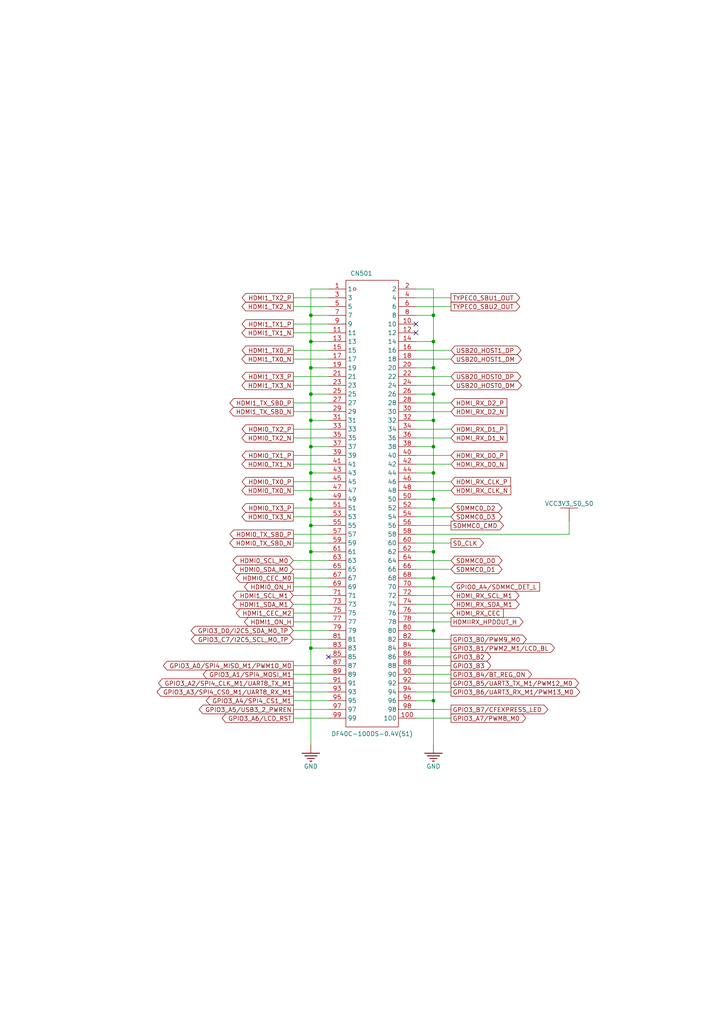
<source format=kicad_sch>
(kicad_sch (version 20250114) (generator "eeschema") (generator_version "9.0")
  (paper "A4" portrait)
  (lib_symbols
    (symbol "mainboard:DF40C-100DS-0.4V(51)"
      (symbol "DF40C-100DS-0.4V(51)_1_0"
        (rectangle (start -7.62 63.5) (end 7.62 -66.04))
        (circle (center -5.08 60.96) (radius 0.381))
        (pin input line (at -12.7 60.96 0) (length 5.08) (name "1") (number "1"))
        (pin input line (at -12.7 58.42 0) (length 5.08) (name "3") (number "3"))
        (pin input line (at -12.7 55.88 0) (length 5.08) (name "5") (number "5"))
        (pin input line (at -12.7 53.34 0) (length 5.08) (name "7") (number "7"))
        (pin input line (at -12.7 50.8 0) (length 5.08) (name "9") (number "9"))
        (pin input line (at -12.7 48.26 0) (length 5.08) (name "11") (number "11"))
        (pin input line (at -12.7 45.72 0) (length 5.08) (name "13") (number "13"))
        (pin input line (at -12.7 43.18 0) (length 5.08) (name "15") (number "15"))
        (pin input line (at -12.7 40.64 0) (length 5.08) (name "17") (number "17"))
        (pin input line (at -12.7 38.1 0) (length 5.08) (name "19") (number "19"))
        (pin input line (at -12.7 35.56 0) (length 5.08) (name "21") (number "21"))
        (pin input line (at -12.7 33.02 0) (length 5.08) (name "23") (number "23"))
        (pin input line (at -12.7 30.48 0) (length 5.08) (name "25") (number "25"))
        (pin input line (at -12.7 27.94 0) (length 5.08) (name "27") (number "27"))
        (pin input line (at -12.7 25.4 0) (length 5.08) (name "29") (number "29"))
        (pin input line (at -12.7 22.86 0) (length 5.08) (name "31") (number "31"))
        (pin input line (at -12.7 20.32 0) (length 5.08) (name "33") (number "33"))
        (pin input line (at -12.7 17.78 0) (length 5.08) (name "35") (number "35"))
        (pin input line (at -12.7 15.24 0) (length 5.08) (name "37") (number "37"))
        (pin input line (at -12.7 12.7 0) (length 5.08) (name "39") (number "39"))
        (pin input line (at -12.7 10.16 0) (length 5.08) (name "41") (number "41"))
        (pin input line (at -12.7 7.62 0) (length 5.08) (name "43") (number "43"))
        (pin input line (at -12.7 5.08 0) (length 5.08) (name "45") (number "45"))
        (pin input line (at -12.7 2.54 0) (length 5.08) (name "47") (number "47"))
        (pin input line (at -12.7 0 0) (length 5.08) (name "49") (number "49"))
        (pin input line (at -12.7 -2.54 0) (length 5.08) (name "51") (number "51"))
        (pin input line (at -12.7 -5.08 0) (length 5.08) (name "53") (number "53"))
        (pin input line (at -12.7 -7.62 0) (length 5.08) (name "55") (number "55"))
        (pin input line (at -12.7 -10.16 0) (length 5.08) (name "57") (number "57"))
        (pin input line (at -12.7 -12.7 0) (length 5.08) (name "59") (number "59"))
        (pin input line (at -12.7 -15.24 0) (length 5.08) (name "61") (number "61"))
        (pin input line (at -12.7 -17.78 0) (length 5.08) (name "63") (number "63"))
        (pin input line (at -12.7 -20.32 0) (length 5.08) (name "65") (number "65"))
        (pin input line (at -12.7 -22.86 0) (length 5.08) (name "67") (number "67"))
        (pin input line (at -12.7 -25.4 0) (length 5.08) (name "69") (number "69"))
        (pin input line (at -12.7 -27.94 0) (length 5.08) (name "71") (number "71"))
        (pin input line (at -12.7 -30.48 0) (length 5.08) (name "73") (number "73"))
        (pin input line (at -12.7 -33.02 0) (length 5.08) (name "75") (number "75"))
        (pin input line (at -12.7 -35.56 0) (length 5.08) (name "77") (number "77"))
        (pin input line (at -12.7 -38.1 0) (length 5.08) (name "79") (number "79"))
        (pin input line (at -12.7 -40.64 0) (length 5.08) (name "81") (number "81"))
        (pin input line (at -12.7 -43.18 0) (length 5.08) (name "83") (number "83"))
        (pin input line (at -12.7 -45.72 0) (length 5.08) (name "85") (number "85"))
        (pin input line (at -12.7 -48.26 0) (length 5.08) (name "87") (number "87"))
        (pin input line (at -12.7 -50.8 0) (length 5.08) (name "89") (number "89"))
        (pin input line (at -12.7 -53.34 0) (length 5.08) (name "91") (number "91"))
        (pin input line (at -12.7 -55.88 0) (length 5.08) (name "93") (number "93"))
        (pin input line (at -12.7 -58.42 0) (length 5.08) (name "95") (number "95"))
        (pin input line (at -12.7 -60.96 0) (length 5.08) (name "97") (number "97"))
        (pin input line (at -12.7 -63.5 0) (length 5.08) (name "99") (number "99"))
        (pin input line (at 12.7 60.96 180) (length 5.08) (name "2") (number "2"))
        (pin input line (at 12.7 58.42 180) (length 5.08) (name "4") (number "4"))
        (pin input line (at 12.7 55.88 180) (length 5.08) (name "6") (number "6"))
        (pin input line (at 12.7 53.34 180) (length 5.08) (name "8") (number "8"))
        (pin input line (at 12.7 50.8 180) (length 5.08) (name "10") (number "10"))
        (pin input line (at 12.7 48.26 180) (length 5.08) (name "12") (number "12"))
        (pin input line (at 12.7 45.72 180) (length 5.08) (name "14") (number "14"))
        (pin input line (at 12.7 43.18 180) (length 5.08) (name "16") (number "16"))
        (pin input line (at 12.7 40.64 180) (length 5.08) (name "18") (number "18"))
        (pin input line (at 12.7 38.1 180) (length 5.08) (name "20") (number "20"))
        (pin input line (at 12.7 35.56 180) (length 5.08) (name "22") (number "22"))
        (pin input line (at 12.7 33.02 180) (length 5.08) (name "24") (number "24"))
        (pin input line (at 12.7 30.48 180) (length 5.08) (name "26") (number "26"))
        (pin input line (at 12.7 27.94 180) (length 5.08) (name "28") (number "28"))
        (pin input line (at 12.7 25.4 180) (length 5.08) (name "30") (number "30"))
        (pin input line (at 12.7 22.86 180) (length 5.08) (name "32") (number "32"))
        (pin input line (at 12.7 20.32 180) (length 5.08) (name "34") (number "34"))
        (pin input line (at 12.7 17.78 180) (length 5.08) (name "36") (number "36"))
        (pin input line (at 12.7 15.24 180) (length 5.08) (name "38") (number "38"))
        (pin input line (at 12.7 12.7 180) (length 5.08) (name "40") (number "40"))
        (pin input line (at 12.7 10.16 180) (length 5.08) (name "42") (number "42"))
        (pin input line (at 12.7 7.62 180) (length 5.08) (name "44") (number "44"))
        (pin input line (at 12.7 5.08 180) (length 5.08) (name "46") (number "46"))
        (pin input line (at 12.7 2.54 180) (length 5.08) (name "48") (number "48"))
        (pin input line (at 12.7 0 180) (length 5.08) (name "50") (number "50"))
        (pin input line (at 12.7 -2.54 180) (length 5.08) (name "52") (number "52"))
        (pin input line (at 12.7 -5.08 180) (length 5.08) (name "54") (number "54"))
        (pin input line (at 12.7 -7.62 180) (length 5.08) (name "56") (number "56"))
        (pin input line (at 12.7 -10.16 180) (length 5.08) (name "58") (number "58"))
        (pin input line (at 12.7 -12.7 180) (length 5.08) (name "60") (number "60"))
        (pin input line (at 12.7 -15.24 180) (length 5.08) (name "62") (number "62"))
        (pin input line (at 12.7 -17.78 180) (length 5.08) (name "64") (number "64"))
        (pin input line (at 12.7 -20.32 180) (length 5.08) (name "66") (number "66"))
        (pin input line (at 12.7 -22.86 180) (length 5.08) (name "68") (number "68"))
        (pin input line (at 12.7 -25.4 180) (length 5.08) (name "70") (number "70"))
        (pin input line (at 12.7 -27.94 180) (length 5.08) (name "72") (number "72"))
        (pin input line (at 12.7 -30.48 180) (length 5.08) (name "74") (number "74"))
        (pin input line (at 12.7 -33.02 180) (length 5.08) (name "76") (number "76"))
        (pin input line (at 12.7 -35.56 180) (length 5.08) (name "78") (number "78"))
        (pin input line (at 12.7 -38.1 180) (length 5.08) (name "80") (number "80"))
        (pin input line (at 12.7 -40.64 180) (length 5.08) (name "82") (number "82"))
        (pin input line (at 12.7 -43.18 180) (length 5.08) (name "84") (number "84"))
        (pin input line (at 12.7 -45.72 180) (length 5.08) (name "86") (number "86"))
        (pin input line (at 12.7 -48.26 180) (length 5.08) (name "88") (number "88"))
        (pin input line (at 12.7 -50.8 180) (length 5.08) (name "90") (number "90"))
        (pin input line (at 12.7 -53.34 180) (length 5.08) (name "92") (number "92"))
        (pin input line (at 12.7 -55.88 180) (length 5.08) (name "94") (number "94"))
        (pin input line (at 12.7 -58.42 180) (length 5.08) (name "96") (number "96"))
        (pin input line (at 12.7 -60.96 180) (length 5.08) (name "98") (number "98"))
        (pin input line (at 12.7 -63.5 180) (length 5.08) (name "100") (number "100"))
      )
    )
    (symbol "mainboard:Ground-GND" (power) (pin_numbers (hide yes)) (pin_names (hide yes))
      (property "Value" "GND" (at 0 -6.35 0))
      (symbol "Ground-GND_1_0"
        (polyline (pts (xy -2.54 -2.54) (xy 2.54 -2.54)) (stroke (width 0.254)))
        (polyline (pts (xy -1.778 -3.302) (xy 1.778 -3.302)) (stroke (width 0.254)))
        (polyline (pts (xy -1.016 -4.064) (xy 1.016 -4.064)) (stroke (width 0.254)))
        (polyline (pts (xy -0.254 -4.826) (xy 0.254 -4.826)) (stroke (width 0.254)))
        (pin power_in line (at 0 0 270) (length 2.54) (name "") (number "1"))
      )
    )
    (symbol "mainboard:Power-VCC" (power) (pin_numbers (hide yes)) (pin_names (hide yes))
      (property "Value" "VCC" (at 0 5.08 0))
      (symbol "Power-VCC_1_0"
        (polyline (pts (xy -2.54 3.81) (xy 2.54 3.81)))
        (polyline (pts (xy 0 3.81) (xy 0 1.27)))
        (pin power_in line (at 0 0 90) (length 1.27) (name "VCC3V3_SD_S0") (number "1"))
      )
    )
  )
  (junction (at 90.17 160.02))
  (junction (at 90.17 91.44))
  (junction (at 90.17 99.06))
  (junction (at 125.73 160.02))
  (junction (at 125.73 144.78))
  (junction (at 125.73 99.06))
  (junction (at 125.73 182.88))
  (junction (at 90.17 129.54))
  (junction (at 125.73 167.64))
  (junction (at 90.17 152.4))
  (junction (at 90.17 137.16))
  (junction (at 125.73 203.2))
  (junction (at 125.73 114.3))
  (junction (at 90.17 114.3))
  (junction (at 125.73 137.16))
  (junction (at 90.17 121.92))
  (junction (at 90.17 106.68))
  (junction (at 125.73 106.68))
  (junction (at 90.17 187.96))
  (junction (at 90.17 144.78))
  (junction (at 125.73 121.92))
  (junction (at 125.73 91.44))
  (junction (at 125.73 129.54))
  (no_connect (at 120.65 96.52))
  (no_connect (at 95.25 190.5))
  (no_connect (at 120.65 93.98))
  (wire (pts (xy 95.25 177.8) (xy 85.09 177.8)))
  (wire (pts (xy 120.65 99.06) (xy 125.73 99.06)))
  (wire (pts (xy 120.65 149.86) (xy 130.81 149.86)))
  (wire (pts (xy 95.25 149.86) (xy 85.09 149.86)))
  (wire (pts (xy 90.17 160.02) (xy 90.17 187.96)))
  (wire (pts (xy 90.17 106.68) (xy 90.17 114.3)))
  (wire (pts (xy 95.25 142.24) (xy 85.09 142.24)))
  (wire (pts (xy 120.65 129.54) (xy 125.73 129.54)))
  (wire (pts (xy 95.25 147.32) (xy 85.09 147.32)))
  (wire (pts (xy 95.25 83.82) (xy 90.17 83.82)))
  (wire (pts (xy 125.73 137.16) (xy 125.73 144.78)))
  (wire (pts (xy 95.25 91.44) (xy 90.17 91.44)))
  (wire (pts (xy 120.65 83.82) (xy 125.73 83.82)))
  (wire (pts (xy 120.65 144.78) (xy 125.73 144.78)))
  (wire (pts (xy 120.65 165.1) (xy 130.81 165.1)))
  (wire (pts (xy 90.17 144.78) (xy 90.17 152.4)))
  (wire (pts (xy 95.25 93.98) (xy 85.09 93.98)))
  (wire (pts (xy 125.73 106.68) (xy 125.73 114.3)))
  (wire (pts (xy 90.17 114.3) (xy 90.17 121.92)))
  (wire (pts (xy 95.25 193.04) (xy 85.09 193.04)))
  (wire (pts (xy 120.65 180.34) (xy 130.81 180.34)))
  (wire (pts (xy 95.25 185.42) (xy 85.09 185.42)))
  (wire (pts (xy 120.65 162.56) (xy 130.81 162.56)))
  (wire (pts (xy 120.65 124.46) (xy 130.81 124.46)))
  (wire (pts (xy 120.65 200.66) (xy 130.81 200.66)))
  (wire (pts (xy 90.17 83.82) (xy 90.17 91.44)))
  (wire (pts (xy 95.25 132.08) (xy 85.09 132.08)))
  (wire (pts (xy 95.25 172.72) (xy 85.09 172.72)))
  (wire (pts (xy 95.25 86.36) (xy 85.09 86.36)))
  (wire (pts (xy 125.73 160.02) (xy 125.73 167.64)))
  (wire (pts (xy 120.65 160.02) (xy 125.73 160.02)))
  (wire (pts (xy 90.17 137.16) (xy 90.17 144.78)))
  (wire (pts (xy 95.25 137.16) (xy 90.17 137.16)))
  (wire (pts (xy 95.25 157.48) (xy 85.09 157.48)))
  (wire (pts (xy 120.65 119.38) (xy 130.81 119.38)))
  (wire (pts (xy 95.25 129.54) (xy 90.17 129.54)))
  (wire (pts (xy 120.65 185.42) (xy 130.81 185.42)))
  (wire (pts (xy 95.25 144.78) (xy 90.17 144.78)))
  (wire (pts (xy 120.65 127) (xy 130.81 127)))
  (wire (pts (xy 120.65 182.88) (xy 125.73 182.88)))
  (wire (pts (xy 120.65 193.04) (xy 130.81 193.04)))
  (wire (pts (xy 95.25 205.74) (xy 85.09 205.74)))
  (wire (pts (xy 120.65 104.14) (xy 130.81 104.14)))
  (wire (pts (xy 95.25 101.6) (xy 85.09 101.6)))
  (wire (pts (xy 95.25 119.38) (xy 85.09 119.38)))
  (wire (pts (xy 95.25 187.96) (xy 90.17 187.96)))
  (wire (pts (xy 90.17 99.06) (xy 90.17 106.68)))
  (wire (pts (xy 90.17 121.92) (xy 90.17 129.54)))
  (wire (pts (xy 95.25 162.56) (xy 85.09 162.56)))
  (wire (pts (xy 120.65 142.24) (xy 130.81 142.24)))
  (wire (pts (xy 95.25 182.88) (xy 85.09 182.88)))
  (wire (pts (xy 125.73 144.78) (xy 125.73 160.02)))
  (wire (pts (xy 95.25 134.62) (xy 85.09 134.62)))
  (wire (pts (xy 95.25 152.4) (xy 90.17 152.4)))
  (wire (pts (xy 120.65 205.74) (xy 130.81 205.74)))
  (wire (pts (xy 95.25 104.14) (xy 85.09 104.14)))
  (wire (pts (xy 90.17 152.4) (xy 90.17 160.02)))
  (wire (pts (xy 95.25 195.58) (xy 85.09 195.58)))
  (wire (pts (xy 120.65 208.28) (xy 130.81 208.28)))
  (wire (pts (xy 120.65 116.84) (xy 130.81 116.84)))
  (wire (pts (xy 120.65 139.7) (xy 130.81 139.7)))
  (wire (pts (xy 125.73 121.92) (xy 125.73 129.54)))
  (wire (pts (xy 125.73 99.06) (xy 125.73 106.68)))
  (wire (pts (xy 120.65 170.18) (xy 130.81 170.18)))
  (wire (pts (xy 120.65 172.72) (xy 130.81 172.72)))
  (wire (pts (xy 95.25 114.3) (xy 90.17 114.3)))
  (wire (pts (xy 95.25 96.52) (xy 85.09 96.52)))
  (wire (pts (xy 120.65 111.76) (xy 130.81 111.76)))
  (wire (pts (xy 95.25 109.22) (xy 85.09 109.22)))
  (wire (pts (xy 125.73 167.64) (xy 125.73 182.88)))
  (wire (pts (xy 120.65 152.4) (xy 130.81 152.4)))
  (wire (pts (xy 95.25 127) (xy 85.09 127)))
  (wire (pts (xy 95.25 154.94) (xy 85.09 154.94)))
  (wire (pts (xy 120.65 167.64) (xy 125.73 167.64)))
  (wire (pts (xy 95.25 165.1) (xy 85.09 165.1)))
  (wire (pts (xy 125.73 129.54) (xy 125.73 137.16)))
  (wire (pts (xy 90.17 187.96) (xy 90.17 215.9)))
  (wire (pts (xy 120.65 177.8) (xy 130.81 177.8)))
  (wire (pts (xy 120.65 86.36) (xy 130.81 86.36)))
  (wire (pts (xy 120.65 88.9) (xy 130.81 88.9)))
  (wire (pts (xy 120.65 134.62) (xy 130.81 134.62)))
  (wire (pts (xy 95.25 116.84) (xy 85.09 116.84)))
  (wire (pts (xy 120.65 147.32) (xy 130.81 147.32)))
  (wire (pts (xy 125.73 91.44) (xy 125.73 99.06)))
  (wire (pts (xy 120.65 137.16) (xy 125.73 137.16)))
  (wire (pts (xy 95.25 99.06) (xy 90.17 99.06)))
  (wire (pts (xy 120.65 203.2) (xy 125.73 203.2)))
  (wire (pts (xy 95.25 203.2) (xy 85.09 203.2)))
  (wire (pts (xy 120.65 187.96) (xy 130.81 187.96)))
  (wire (pts (xy 95.25 106.68) (xy 90.17 106.68)))
  (wire (pts (xy 165.1 154.94) (xy 165.1 151.13)))
  (wire (pts (xy 120.65 109.22) (xy 130.81 109.22)))
  (wire (pts (xy 95.25 121.92) (xy 90.17 121.92)))
  (wire (pts (xy 125.73 83.82) (xy 125.73 91.44)))
  (wire (pts (xy 125.73 203.2) (xy 125.73 215.9)))
  (wire (pts (xy 125.73 114.3) (xy 125.73 121.92)))
  (wire (pts (xy 120.65 101.6) (xy 130.81 101.6)))
  (wire (pts (xy 120.65 114.3) (xy 125.73 114.3)))
  (wire (pts (xy 90.17 129.54) (xy 90.17 137.16)))
  (wire (pts (xy 120.65 157.48) (xy 130.81 157.48)))
  (wire (pts (xy 95.25 170.18) (xy 85.09 170.18)))
  (wire (pts (xy 120.65 106.68) (xy 125.73 106.68)))
  (wire (pts (xy 95.25 167.64) (xy 85.09 167.64)))
  (wire (pts (xy 95.25 124.46) (xy 85.09 124.46)))
  (wire (pts (xy 95.25 175.26) (xy 85.09 175.26)))
  (wire (pts (xy 120.65 190.5) (xy 130.81 190.5)))
  (wire (pts (xy 125.73 182.88) (xy 125.73 203.2)))
  (wire (pts (xy 95.25 160.02) (xy 90.17 160.02)))
  (wire (pts (xy 95.25 180.34) (xy 85.09 180.34)))
  (wire (pts (xy 95.25 111.76) (xy 85.09 111.76)))
  (wire (pts (xy 95.25 198.12) (xy 85.09 198.12)))
  (wire (pts (xy 165.1 154.94) (xy 120.65 154.94)))
  (wire (pts (xy 120.65 175.26) (xy 130.81 175.26)))
  (wire (pts (xy 120.65 195.58) (xy 130.81 195.58)))
  (wire (pts (xy 120.65 198.12) (xy 130.81 198.12)))
  (wire (pts (xy 120.65 132.08) (xy 130.81 132.08)))
  (wire (pts (xy 90.17 91.44) (xy 90.17 99.06)))
  (wire (pts (xy 95.25 208.28) (xy 85.09 208.28)))
  (wire (pts (xy 120.65 91.44) (xy 125.73 91.44)))
  (wire (pts (xy 95.25 200.66) (xy 85.09 200.66)))
  (wire (pts (xy 120.65 121.92) (xy 125.73 121.92)))
  (wire (pts (xy 95.25 88.9) (xy 85.09 88.9)))
  (wire (pts (xy 95.25 139.7) (xy 85.09 139.7)))
  (global_label "HDMI1_CEC_M2" (shape output) (at 85.09 177.8 180) (property "Intersheetrefs" "${INTERSHEET_REFS}" (effects (hide yes))))
  (global_label "HDMI1_TX_SBD_P" (shape output) (at 85.09 116.84 180) (property "Intersheetrefs" "${INTERSHEET_REFS}" (effects (hide yes))))
  (global_label "HDMI1_SCL_M1" (shape bidirectional) (at 85.09 172.72 180) (property "Intersheetrefs" "${INTERSHEET_REFS}" (effects (hide yes))))
  (global_label "GPIO3_B5/UART3_TX_M1/PWM12_M0" (shape output) (at 130.81 198.12 0) (property "Intersheetrefs" "${INTERSHEET_REFS}" (effects (hide yes))))
  (global_label "HDMI0_TX0_N" (shape output) (at 85.09 142.24 180) (property "Intersheetrefs" "${INTERSHEET_REFS}" (effects (hide yes))))
  (global_label "HDMI1_ON_H" (shape output) (at 85.09 180.34 180) (property "Intersheetrefs" "${INTERSHEET_REFS}" (effects (hide yes))))
  (global_label "GPIO3_A7/PWM8_M0" (shape output) (at 130.81 208.28 0) (property "Intersheetrefs" "${INTERSHEET_REFS}" (effects (hide yes))))
  (global_label "GPIO0_A4/SDMMC_DET_L" (shape input) (at 130.81 170.18 0) (property "Intersheetrefs" "${INTERSHEET_REFS}" (effects (hide yes))))
  (global_label "HDMI0_SCL_M0" (shape bidirectional) (at 85.09 162.56 180) (property "Intersheetrefs" "${INTERSHEET_REFS}" (effects (hide yes))))
  (global_label "HDMI1_TX_SBD_N" (shape output) (at 85.09 119.38 180) (property "Intersheetrefs" "${INTERSHEET_REFS}" (effects (hide yes))))
  (global_label "TYPEC0_SBU2_OUT" (shape output) (at 130.81 88.9 0) (property "Intersheetrefs" "${INTERSHEET_REFS}" (effects (hide yes))))
  (global_label "HDMI_RX_D0_N" (shape input) (at 130.81 134.62 0) (property "Intersheetrefs" "${INTERSHEET_REFS}" (effects (hide yes))))
  (global_label "GPIO3_A2/SPI4_CLK_M1/UART8_TX_M1" (shape output) (at 85.09 198.12 180) (property "Intersheetrefs" "${INTERSHEET_REFS}" (effects (hide yes))))
  (global_label "HDMI1_TX1_P" (shape output) (at 85.09 93.98 180) (property "Intersheetrefs" "${INTERSHEET_REFS}" (effects (hide yes))))
  (global_label "GPIO3_B3" (shape output) (at 130.81 193.04 0) (property "Intersheetrefs" "${INTERSHEET_REFS}" (effects (hide yes))))
  (global_label "GPIO3_A0/SPI4_MISO_M1/PWM10_M0" (shape output) (at 85.09 193.04 180) (property "Intersheetrefs" "${INTERSHEET_REFS}" (effects (hide yes))))
  (global_label "HDMI0_TX2_P" (shape output) (at 85.09 124.46 180) (property "Intersheetrefs" "${INTERSHEET_REFS}" (effects (hide yes))))
  (global_label "GPIO3_B6/UART3_RX_M1/PWM13_M0" (shape output) (at 130.81 200.66 0) (property "Intersheetrefs" "${INTERSHEET_REFS}" (effects (hide yes))))
  (global_label "HDMI0_ON_H" (shape output) (at 85.09 170.18 180) (property "Intersheetrefs" "${INTERSHEET_REFS}" (effects (hide yes))))
  (global_label "HDMI1_TX1_N" (shape output) (at 85.09 96.52 180) (property "Intersheetrefs" "${INTERSHEET_REFS}" (effects (hide yes))))
  (global_label "GPIO3_B4/BT_REG_ON" (shape output) (at 130.81 195.58 0) (property "Intersheetrefs" "${INTERSHEET_REFS}" (effects (hide yes))))
  (global_label "HDMI0_TX0_P" (shape output) (at 85.09 139.7 180) (property "Intersheetrefs" "${INTERSHEET_REFS}" (effects (hide yes))))
  (global_label "USB20_HOST0_DP" (shape bidirectional) (at 130.81 109.22 0) (property "Intersheetrefs" "${INTERSHEET_REFS}" (effects (hide yes))))
  (global_label "HDMIIRX_HPDOUT_H" (shape output) (at 130.81 180.34 0) (property "Intersheetrefs" "${INTERSHEET_REFS}" (effects (hide yes))))
  (global_label "HDMI0_TX_SBD_N" (shape output) (at 85.09 157.48 180) (property "Intersheetrefs" "${INTERSHEET_REFS}" (effects (hide yes))))
  (global_label "USB20_HOST1_DM" (shape bidirectional) (at 130.81 104.14 0) (property "Intersheetrefs" "${INTERSHEET_REFS}" (effects (hide yes))))
  (global_label "HDMI_RX_CLK_P" (shape input) (at 130.81 139.7 0) (property "Intersheetrefs" "${INTERSHEET_REFS}" (effects (hide yes))))
  (global_label "SDMMC0_D0" (shape bidirectional) (at 130.81 162.56 0) (property "Intersheetrefs" "${INTERSHEET_REFS}" (effects (hide yes))))
  (global_label "GPIO3_B2" (shape output) (at 130.81 190.5 0) (property "Intersheetrefs" "${INTERSHEET_REFS}" (effects (hide yes))))
  (global_label "HDMI_RX_D2_N" (shape input) (at 130.81 119.38 0) (property "Intersheetrefs" "${INTERSHEET_REFS}" (effects (hide yes))))
  (global_label "HDMI_RX_SCL_M1" (shape bidirectional) (at 130.81 172.72 0) (property "Intersheetrefs" "${INTERSHEET_REFS}" (effects (hide yes))))
  (global_label "SD_CLK" (shape output) (at 130.81 157.48 0) (property "Intersheetrefs" "${INTERSHEET_REFS}" (effects (hide yes))))
  (global_label "HDMI0_TX1_N" (shape output) (at 85.09 134.62 180) (property "Intersheetrefs" "${INTERSHEET_REFS}" (effects (hide yes))))
  (global_label "HDMI1_TX2_P" (shape output) (at 85.09 86.36 180) (property "Intersheetrefs" "${INTERSHEET_REFS}" (effects (hide yes))))
  (global_label "HDMI1_TX3_N" (shape output) (at 85.09 111.76 180) (property "Intersheetrefs" "${INTERSHEET_REFS}" (effects (hide yes))))
  (global_label "SDMMC0_D1" (shape bidirectional) (at 130.81 165.1 0) (property "Intersheetrefs" "${INTERSHEET_REFS}" (effects (hide yes))))
  (global_label "GPIO3_A6/LCD_RST" (shape output) (at 85.09 208.28 180) (property "Intersheetrefs" "${INTERSHEET_REFS}" (effects (hide yes))))
  (global_label "GPIO3_B1/PWM2_M1/LCD_BL" (shape output) (at 130.81 187.96 0) (property "Intersheetrefs" "${INTERSHEET_REFS}" (effects (hide yes))))
  (global_label "HDMI_RX_D0_P" (shape input) (at 130.81 132.08 0) (property "Intersheetrefs" "${INTERSHEET_REFS}" (effects (hide yes))))
  (global_label "USB20_HOST1_DP" (shape bidirectional) (at 130.81 101.6 0) (property "Intersheetrefs" "${INTERSHEET_REFS}" (effects (hide yes))))
  (global_label "SDMMC0_CMD" (shape output) (at 130.81 152.4 0) (property "Intersheetrefs" "${INTERSHEET_REFS}" (effects (hide yes))))
  (global_label "HDMI0_TX3_P" (shape output) (at 85.09 147.32 180) (property "Intersheetrefs" "${INTERSHEET_REFS}" (effects (hide yes))))
  (global_label "HDMI1_SDA_M1" (shape bidirectional) (at 85.09 175.26 180) (property "Intersheetrefs" "${INTERSHEET_REFS}" (effects (hide yes))))
  (global_label "HDMI1_TX3_P" (shape output) (at 85.09 109.22 180) (property "Intersheetrefs" "${INTERSHEET_REFS}" (effects (hide yes))))
  (global_label "HDMI_RX_SDA_M1" (shape bidirectional) (at 130.81 175.26 0) (property "Intersheetrefs" "${INTERSHEET_REFS}" (effects (hide yes))))
  (global_label "GPIO3_A4/SPI4_CS1_M1" (shape output) (at 85.09 203.2 180) (property "Intersheetrefs" "${INTERSHEET_REFS}" (effects (hide yes))))
  (global_label "USB20_HOST0_DM" (shape bidirectional) (at 130.81 111.76 0) (property "Intersheetrefs" "${INTERSHEET_REFS}" (effects (hide yes))))
  (global_label "HDMI1_TX0_N" (shape output) (at 85.09 104.14 180) (property "Intersheetrefs" "${INTERSHEET_REFS}" (effects (hide yes))))
  (global_label "HDMI0_TX_SBD_P" (shape output) (at 85.09 154.94 180) (property "Intersheetrefs" "${INTERSHEET_REFS}" (effects (hide yes))))
  (global_label "SDMMC0_D2" (shape bidirectional) (at 130.81 147.32 0) (property "Intersheetrefs" "${INTERSHEET_REFS}" (effects (hide yes))))
  (global_label "GPIO3_B7/CFEXPRESS_LED" (shape output) (at 130.81 205.74 0) (property "Intersheetrefs" "${INTERSHEET_REFS}" (effects (hide yes))))
  (global_label "HDMI_RX_CEC" (shape input) (at 130.81 177.8 0) (property "Intersheetrefs" "${INTERSHEET_REFS}" (effects (hide yes))))
  (global_label "HDMI_RX_D1_P" (shape input) (at 130.81 124.46 0) (property "Intersheetrefs" "${INTERSHEET_REFS}" (effects (hide yes))))
  (global_label "HDMI1_TX0_P" (shape output) (at 85.09 101.6 180) (property "Intersheetrefs" "${INTERSHEET_REFS}" (effects (hide yes))))
  (global_label "HDMI_RX_D1_N" (shape input) (at 130.81 127 0) (property "Intersheetrefs" "${INTERSHEET_REFS}" (effects (hide yes))))
  (global_label "HDMI0_CEC_M0" (shape output) (at 85.09 167.64 180) (property "Intersheetrefs" "${INTERSHEET_REFS}" (effects (hide yes))))
  (global_label "HDMI0_TX3_N" (shape output) (at 85.09 149.86 180) (property "Intersheetrefs" "${INTERSHEET_REFS}" (effects (hide yes))))
  (global_label "GPIO3_C7/I2C5_SCL_M0_TP" (shape bidirectional) (at 85.09 185.42 180) (property "Intersheetrefs" "${INTERSHEET_REFS}" (effects (hide yes))))
  (global_label "HDMI_RX_D2_P" (shape input) (at 130.81 116.84 0) (property "Intersheetrefs" "${INTERSHEET_REFS}" (effects (hide yes))))
  (global_label "HDMI1_TX2_N" (shape output) (at 85.09 88.9 180) (property "Intersheetrefs" "${INTERSHEET_REFS}" (effects (hide yes))))
  (global_label "HDMI_RX_CLK_N" (shape input) (at 130.81 142.24 0) (property "Intersheetrefs" "${INTERSHEET_REFS}" (effects (hide yes))))
  (global_label "HDMI0_TX2_N" (shape output) (at 85.09 127 180) (property "Intersheetrefs" "${INTERSHEET_REFS}" (effects (hide yes))))
  (global_label "GPIO3_B0/PWM9_M0" (shape output) (at 130.81 185.42 0) (property "Intersheetrefs" "${INTERSHEET_REFS}" (effects (hide yes))))
  (global_label "GPIO3_A3/SPI4_CS0_M1/UART8_RX_M1" (shape output) (at 85.09 200.66 180) (property "Intersheetrefs" "${INTERSHEET_REFS}" (effects (hide yes))))
  (global_label "GPIO3_A1/SPI4_MOSI_M1" (shape output) (at 85.09 195.58 180) (property "Intersheetrefs" "${INTERSHEET_REFS}" (effects (hide yes))))
  (global_label "TYPEC0_SBU1_OUT" (shape output) (at 130.81 86.36 0) (property "Intersheetrefs" "${INTERSHEET_REFS}" (effects (hide yes))))
  (global_label "HDMI0_SDA_M0" (shape bidirectional) (at 85.09 165.1 180) (property "Intersheetrefs" "${INTERSHEET_REFS}" (effects (hide yes))))
  (global_label "SDMMC0_D3" (shape bidirectional) (at 130.81 149.86 0) (property "Intersheetrefs" "${INTERSHEET_REFS}" (effects (hide yes))))
  (global_label "GPIO3_A5/USB3_2_PWREN" (shape output) (at 85.09 205.74 180) (property "Intersheetrefs" "${INTERSHEET_REFS}" (effects (hide yes))))
  (global_label "GPIO3_D0/I2C5_SDA_M0_TP" (shape bidirectional) (at 85.09 182.88 180) (property "Intersheetrefs" "${INTERSHEET_REFS}" (effects (hide yes))))
  (global_label "HDMI0_TX1_P" (shape output) (at 85.09 132.08 180) (property "Intersheetrefs" "${INTERSHEET_REFS}" (effects (hide yes))))
  (symbol (lib_id "mainboard:Ground-GND") (at 90.17 215.9 0) (unit 1)
    (property "Reference" "#PWR0502" (effects (hide yes)))
    (property "Value" "GND" (at 90.17 222.25 0))
    (property "Footprint" "mainboard:" (effects (hide yes)))
  )
  (symbol (lib_id "mainboard:Ground-GND") (at 125.73 215.9 0) (unit 1)
    (property "Reference" "#PWR0503" (effects (hide yes)))
    (property "Value" "GND" (at 125.73 222.25 0))
    (property "Footprint" "mainboard:" (effects (hide yes)))
  )
  (symbol (lib_id "mainboard:Power-VCC") (at 165.1 151.13 0) (unit 1)
    (property "Reference" "#PWR0501" (effects (hide yes)))
    (property "Value" "VCC3V3_SD_S0" (at 165.1 146.05 0))
    (property "Footprint" "mainboard:" (effects (hide yes)))
  )
  (symbol (lib_id "mainboard:DF40C-100DS-0.4V(51)") (at 107.95 144.78 0) (unit 1)
    (property "Reference" "CN501" (at 101.6 80.01 0) (effects (justify left bottom)))
    (property "Value" "DF40C-100DS-0.4V(51)" (at 107.95 212.09 0) (effects (justify top)))
    (property "Footprint" "mainboard:CONN-SMD_DF40C-100DS-0.4V-51" (effects (hide yes)))
    (property "Datasheet" "https://atta.szlcsc.com/upload/public/pdf/source/20200611/C597932_F50447A8BD413549CB06DCD4A9C7496A.pdf" (effects (hide yes)))
    (property "Description" "Number of Pins:- Pitch:0.4mm Gender:Female Mounting Style:Brick nogging Number of Rows:2 Current Rating (Max):300mA Contact Plating:Gold Operating Temperature Range:-35°C~+85°C Operating Temperature Range:-35°C~+85°C" (effects (hide yes)))
    (property "Manufacturer Part" "DF40C-100DS-0.4V(51)" (effects (hide yes)))
    (property "Manufacturer" "HRS(广濑)" (effects (hide yes)))
    (property "Supplier Part" "C597931" (effects (hide yes)))
    (property "Supplier" "LCSC" (effects (hide yes)))
    (property "LCSC Part Name" "间距:0.4mm 母 立贴" (effects (hide yes)))
  )
)
</source>
